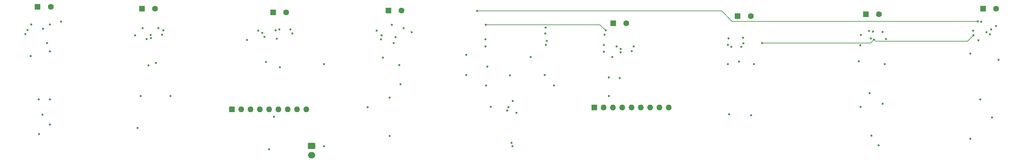
<source format=gbr>
%TF.GenerationSoftware,KiCad,Pcbnew,8.0.8*%
%TF.CreationDate,2025-05-04T20:59:54-05:00*%
%TF.ProjectId,Feedback_sleeve,46656564-6261-4636-9b5f-736c65657665,rev?*%
%TF.SameCoordinates,Original*%
%TF.FileFunction,Copper,L23,Inr*%
%TF.FilePolarity,Positive*%
%FSLAX46Y46*%
G04 Gerber Fmt 4.6, Leading zero omitted, Abs format (unit mm)*
G04 Created by KiCad (PCBNEW 8.0.8) date 2025-05-04 20:59:54*
%MOMM*%
%LPD*%
G01*
G04 APERTURE LIST*
G04 Aperture macros list*
%AMRoundRect*
0 Rectangle with rounded corners*
0 $1 Rounding radius*
0 $2 $3 $4 $5 $6 $7 $8 $9 X,Y pos of 4 corners*
0 Add a 4 corners polygon primitive as box body*
4,1,4,$2,$3,$4,$5,$6,$7,$8,$9,$2,$3,0*
0 Add four circle primitives for the rounded corners*
1,1,$1+$1,$2,$3*
1,1,$1+$1,$4,$5*
1,1,$1+$1,$6,$7*
1,1,$1+$1,$8,$9*
0 Add four rect primitives between the rounded corners*
20,1,$1+$1,$2,$3,$4,$5,0*
20,1,$1+$1,$4,$5,$6,$7,0*
20,1,$1+$1,$6,$7,$8,$9,0*
20,1,$1+$1,$8,$9,$2,$3,0*%
G04 Aperture macros list end*
%TA.AperFunction,ComponentPad*%
%ADD10RoundRect,0.250000X-0.550000X-0.550000X0.550000X-0.550000X0.550000X0.550000X-0.550000X0.550000X0*%
%TD*%
%TA.AperFunction,ComponentPad*%
%ADD11C,1.600000*%
%TD*%
%TA.AperFunction,ComponentPad*%
%ADD12R,1.600000X1.600000*%
%TD*%
%TA.AperFunction,ComponentPad*%
%ADD13O,1.600000X1.600000*%
%TD*%
%TA.AperFunction,ComponentPad*%
%ADD14RoundRect,0.250000X-0.750000X0.600000X-0.750000X-0.600000X0.750000X-0.600000X0.750000X0.600000X0*%
%TD*%
%TA.AperFunction,ComponentPad*%
%ADD15O,2.000000X1.700000*%
%TD*%
%TA.AperFunction,ViaPad*%
%ADD16C,0.600000*%
%TD*%
%TA.AperFunction,Conductor*%
%ADD17C,0.200000*%
%TD*%
G04 APERTURE END LIST*
D10*
%TO.N,Net-(J7-Pin_1)*%
%TO.C,J7*%
X242900000Y-17500000D03*
D11*
%TO.N,Net-(J7-Pin_2)*%
X246500000Y-17500000D03*
%TD*%
D10*
%TO.N,Net-(J8-Pin_1)*%
%TO.C,J8*%
X274900000Y-16000000D03*
D11*
%TO.N,Net-(J8-Pin_2)*%
X278500000Y-16000000D03*
%TD*%
D10*
%TO.N,Net-(J2-Pin_1)*%
%TO.C,J2*%
X45200000Y-16000000D03*
D11*
%TO.N,Net-(J2-Pin_2)*%
X48800000Y-16000000D03*
%TD*%
D10*
%TO.N,Net-(J6-Pin_1)*%
%TO.C,J6*%
X207900000Y-18000000D03*
D11*
%TO.N,Net-(J6-Pin_2)*%
X211500000Y-18000000D03*
%TD*%
D10*
%TO.N,Net-(J3-Pin_1)*%
%TO.C,J3*%
X81000000Y-17000000D03*
D11*
%TO.N,Net-(J3-Pin_2)*%
X84600000Y-17000000D03*
%TD*%
D12*
%TO.N,Net-(RN1-common)*%
%TO.C,RN2*%
X69760000Y-43500000D03*
D13*
%TO.N,Net-(RN2-R1)*%
X72300000Y-43500000D03*
%TO.N,Net-(RN2-R2)*%
X74840000Y-43500000D03*
%TO.N,Net-(RN2-R3)*%
X77380000Y-43500000D03*
%TO.N,Net-(RN2-R4)*%
X79920000Y-43500000D03*
%TO.N,Net-(RN2-R5)*%
X82460000Y-43500000D03*
%TO.N,Net-(RN2-R6)*%
X85000000Y-43500000D03*
%TO.N,Net-(RN2-R7)*%
X87540000Y-43500000D03*
%TO.N,Net-(RN2-R8)*%
X90080000Y-43500000D03*
%TD*%
D14*
%TO.N,Net-(J9-Pin_1)*%
%TO.C,J9*%
X91500000Y-53500000D03*
D15*
%TO.N,Net-(J9-Pin_2)*%
X91500000Y-56000000D03*
%TD*%
D10*
%TO.N,Net-(J4-Pin_1)*%
%TO.C,J4*%
X112500000Y-16500000D03*
D11*
%TO.N,Net-(J4-Pin_2)*%
X116100000Y-16500000D03*
%TD*%
D12*
%TO.N,Net-(RN1-common)*%
%TO.C,RN1*%
X168760000Y-43000000D03*
D13*
%TO.N,Net-(RN1-R1)*%
X171300000Y-43000000D03*
%TO.N,Net-(RN1-R2)*%
X173840000Y-43000000D03*
%TO.N,Net-(RN1-R3)*%
X176380000Y-43000000D03*
%TO.N,Net-(RN1-R4)*%
X178920000Y-43000000D03*
%TO.N,Net-(RN1-R5)*%
X181460000Y-43000000D03*
%TO.N,Net-(RN1-R6)*%
X184000000Y-43000000D03*
%TO.N,Net-(RN1-R7)*%
X186540000Y-43000000D03*
%TO.N,Net-(RN1-R8)*%
X189080000Y-43000000D03*
%TD*%
D10*
%TO.N,Net-(J1-Pin_1)*%
%TO.C,J1*%
X16700000Y-15500000D03*
D11*
%TO.N,Net-(J1-Pin_2)*%
X20300000Y-15500000D03*
%TD*%
D10*
%TO.N,Net-(J5-Pin_1)*%
%TO.C,J5*%
X173900000Y-20000000D03*
D11*
%TO.N,Net-(J5-Pin_2)*%
X177500000Y-20000000D03*
%TD*%
D16*
%TO.N,Net-(U1-GND)*%
X17095500Y-50321100D03*
X171377100Y-27752000D03*
X205594700Y-44905300D03*
X14834800Y-28967500D03*
X179017600Y-27617400D03*
X47589500Y-23225400D03*
X110467800Y-24348000D03*
X172682700Y-34819700D03*
X112842700Y-40329300D03*
X208245400Y-30467500D03*
X50728400Y-23100000D03*
X209432800Y-25440000D03*
X272252400Y-23280900D03*
X171566300Y-23086900D03*
X79067000Y-30518700D03*
X46961400Y-31470500D03*
X244401700Y-50745200D03*
X243947400Y-39076400D03*
X44866000Y-39904100D03*
X17001400Y-40829300D03*
X240951400Y-30411500D03*
X274157400Y-40829300D03*
X78663200Y-23693200D03*
X271418700Y-28282100D03*
X110979400Y-29408200D03*
X155457500Y-21133100D03*
X13395100Y-22941500D03*
X214570700Y-25376200D03*
X245123800Y-24500000D03*
%TO.N,Net-(U2-REG)*%
X274410700Y-19564400D03*
X279125700Y-29974700D03*
%TO.N,Net-(U4-REG)*%
X175674700Y-34923400D03*
%TO.N,Net-(U5-REG)*%
X113469400Y-20366500D03*
X115453800Y-31382200D03*
%TO.N,Net-(U10-REG)*%
X45411400Y-21344600D03*
X49065500Y-30811900D03*
%TO.N,Net-(U6-REG)*%
X15016300Y-20335300D03*
X20090700Y-47685200D03*
%TO.N,Net-(U9-REG)*%
X76938700Y-22008700D03*
X82922700Y-31970500D03*
%TO.N,Net-(U7-REG)*%
X243781600Y-22118400D03*
X246384400Y-53336900D03*
%TO.N,Net-(J1-Pin_1)*%
X19292700Y-25376200D03*
%TO.N,Net-(J1-Pin_2)*%
X23082700Y-19564400D03*
%TO.N,Net-(J2-Pin_2)*%
X51017600Y-21908700D03*
%TO.N,Net-(J2-Pin_1)*%
X47668900Y-24070700D03*
%TO.N,Net-(J3-Pin_2)*%
X85786700Y-21656900D03*
%TO.N,Net-(J3-Pin_1)*%
X86280400Y-22742700D03*
%TO.N,Net-(J4-Pin_1)*%
X114461700Y-23761600D03*
%TO.N,Net-(J4-Pin_2)*%
X118886400Y-22470300D03*
%TO.N,Net-(J5-Pin_2)*%
X179457200Y-26300300D03*
%TO.N,Net-(J5-Pin_1)*%
X175926200Y-27900000D03*
%TO.N,Net-(J6-Pin_1)*%
X208896100Y-26420700D03*
%TO.N,Net-(J7-Pin_1)*%
X248395400Y-24250000D03*
%TO.N,Net-(J7-Pin_2)*%
X244868400Y-22227600D03*
%TO.N,Net-(J8-Pin_1)*%
X276779600Y-23010400D03*
%TO.N,Net-(J8-Pin_2)*%
X277122500Y-21666800D03*
%TO.N,Net-(J9-Pin_1)*%
X145754700Y-34211000D03*
X94890700Y-31188000D03*
%TO.N,Net-(U1-PC01_A1_D1)*%
X173685700Y-29242000D03*
X171845900Y-21950500D03*
X139125100Y-20375000D03*
%TO.N,Net-(U1-PC05_A5_D5_SCL)*%
X139557100Y-31818900D03*
%TO.N,Net-(U1-PA03_A8_D8_SCK)*%
X82011000Y-24176200D03*
%TO.N,Net-(U1-PC00_A0_D0)*%
X273512700Y-19481600D03*
X273612700Y-24641500D03*
X136778700Y-16617400D03*
%TO.N,Net-(U1-PC06_A6_D6_TX)*%
X133786700Y-34093900D03*
X205249400Y-31188000D03*
X206170900Y-26416600D03*
%TO.N,Net-(U1-PC02_A2_D2)*%
X139058900Y-24413400D03*
X113954100Y-25376200D03*
%TO.N,Net-(U1-PA04_A9_D9_MISO)*%
X46445800Y-24270700D03*
X151344000Y-29168400D03*
%TO.N,Net-(U1-PC04_A4_D4_SDA)*%
X133786700Y-28647700D03*
%TO.N,Net-(U1-PC07_A7_D7_RX)*%
X155190200Y-34138800D03*
%TO.N,Net-(U1-PC03_A3_D3)*%
X139058900Y-26342800D03*
X241421900Y-25985700D03*
%TO.N,Net-(RN1-common)*%
X139214400Y-36999800D03*
X247484100Y-22339600D03*
X157739200Y-36999800D03*
X20092300Y-40829300D03*
X20090700Y-27682400D03*
X116668800Y-21334700D03*
X53002700Y-39905700D03*
X115830300Y-36619000D03*
X82695300Y-21708700D03*
X278429300Y-20774000D03*
X20090700Y-20330100D03*
X248039400Y-31188000D03*
X247482700Y-41982700D03*
X212337400Y-31188000D03*
X211578700Y-45078700D03*
X175924200Y-26989200D03*
X49716200Y-21330200D03*
X155381200Y-22754500D03*
X209417200Y-23983900D03*
%TO.N,Net-(RN1-R6)*%
X81279700Y-45523400D03*
X81692800Y-21917300D03*
%TO.N,Net-(RN1-R7)*%
X205374400Y-24104900D03*
%TO.N,Net-(RN1-R2)*%
X18070000Y-44981300D03*
X18194400Y-21458700D03*
%TO.N,Net-(RN1-R8)*%
X205233400Y-25927500D03*
%TO.N,Net-(RN1-R5)*%
X78041100Y-22633100D03*
X79930700Y-54435200D03*
%TO.N,Net-(RN1-R3)*%
X43340400Y-23250000D03*
X44026700Y-48623400D03*
%TO.N,Net-(RN1-R1)*%
X13996600Y-21818200D03*
X145314800Y-42912200D03*
%TO.N,Net-(RN1-R4)*%
X144991400Y-43836400D03*
%TO.N,Net-(RN2-R5)*%
X277402700Y-45717500D03*
X275844500Y-22470700D03*
%TO.N,Net-(RN2-R6)*%
X146389300Y-53624600D03*
X272168000Y-21999100D03*
X94871000Y-53624600D03*
X271418700Y-51529300D03*
%TO.N,Net-(RN2-R7)*%
X155792100Y-24795800D03*
X147504600Y-44475500D03*
X244286900Y-24161600D03*
%TO.N,Net-(RN2-R4)*%
X146160000Y-52645400D03*
X171326500Y-25862500D03*
X155558000Y-25896600D03*
%TO.N,Net-(RN2-R8)*%
X241531400Y-23154400D03*
X241498700Y-42811600D03*
%TO.N,Net-(RN2-R2)*%
X140461900Y-42812200D03*
X106858700Y-42942100D03*
X110618800Y-23261600D03*
%TO.N,Net-(RN2-R3)*%
X172682700Y-39905700D03*
X174878000Y-26284700D03*
X146470800Y-41259900D03*
%TO.N,Net-(RN2-R1)*%
X73946700Y-24529200D03*
X112842700Y-50827800D03*
X109318900Y-22028000D03*
%TD*%
D17*
%TO.N,Net-(U1-GND)*%
X245123800Y-24500000D02*
X245475500Y-24851700D01*
X270681600Y-24851700D02*
X272252400Y-23280900D01*
X214570700Y-25376200D02*
X244247600Y-25376200D01*
X245475500Y-24851700D02*
X270681600Y-24851700D01*
X244247600Y-25376200D02*
X245123800Y-24500000D01*
%TO.N,Net-(U1-PC01_A1_D1)*%
X139125100Y-20375000D02*
X170270400Y-20375000D01*
X170270400Y-20375000D02*
X171845900Y-21950500D01*
%TO.N,Net-(U1-PC00_A0_D0)*%
X203501700Y-16617400D02*
X206365900Y-19481600D01*
X206365900Y-19481600D02*
X273512700Y-19481600D01*
X136778700Y-16617400D02*
X203501700Y-16617400D01*
%TD*%
M02*

</source>
